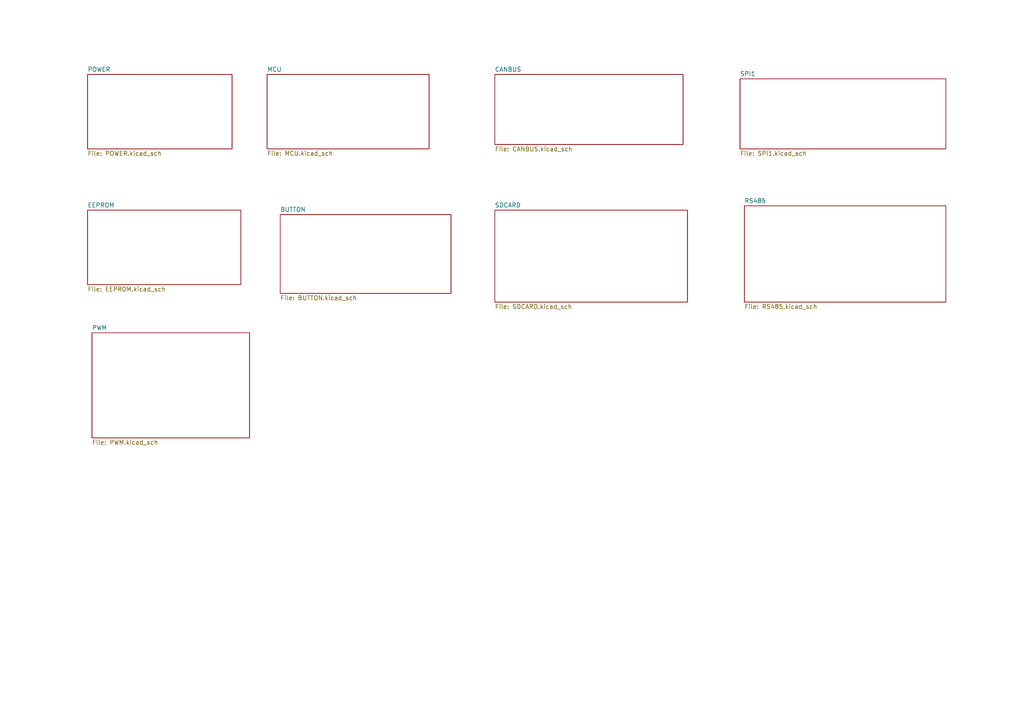
<source format=kicad_sch>
(kicad_sch
	(version 20250114)
	(generator "eeschema")
	(generator_version "9.0")
	(uuid "5dc221ca-bb86-41f1-a15e-48a3ea813131")
	(paper "A4")
	(lib_symbols)
	(sheet
		(at 143.51 60.96)
		(size 55.88 26.67)
		(exclude_from_sim no)
		(in_bom yes)
		(on_board yes)
		(dnp no)
		(fields_autoplaced yes)
		(stroke
			(width 0.1524)
			(type solid)
		)
		(fill
			(color 0 0 0 0.0000)
		)
		(uuid "01926454-f0ec-44c6-b7cb-1d419e03c0cd")
		(property "Sheetname" "SDCARD"
			(at 143.51 60.2484 0)
			(effects
				(font
					(size 1.27 1.27)
				)
				(justify left bottom)
			)
		)
		(property "Sheetfile" "SDCARD.kicad_sch"
			(at 143.51 88.2146 0)
			(effects
				(font
					(size 1.27 1.27)
				)
				(justify left top)
			)
		)
		(instances
			(project "KiCad Projeleri"
				(path "/5dc221ca-bb86-41f1-a15e-48a3ea813131"
					(page "8")
				)
			)
		)
	)
	(sheet
		(at 25.4 60.96)
		(size 44.45 21.59)
		(exclude_from_sim no)
		(in_bom yes)
		(on_board yes)
		(dnp no)
		(fields_autoplaced yes)
		(stroke
			(width 0.1524)
			(type solid)
		)
		(fill
			(color 0 0 0 0.0000)
		)
		(uuid "2026674f-41f8-44ae-8ac9-dd7f635471ff")
		(property "Sheetname" "EEPROM"
			(at 25.4 60.2484 0)
			(effects
				(font
					(size 1.27 1.27)
				)
				(justify left bottom)
			)
		)
		(property "Sheetfile" "EEPROM.kicad_sch"
			(at 25.4 83.1346 0)
			(effects
				(font
					(size 1.27 1.27)
				)
				(justify left top)
			)
		)
		(instances
			(project "KiCad Projeleri"
				(path "/5dc221ca-bb86-41f1-a15e-48a3ea813131"
					(page "6")
				)
			)
		)
	)
	(sheet
		(at 215.9 59.69)
		(size 58.42 27.94)
		(exclude_from_sim no)
		(in_bom yes)
		(on_board yes)
		(dnp no)
		(fields_autoplaced yes)
		(stroke
			(width 0.1524)
			(type solid)
		)
		(fill
			(color 0 0 0 0.0000)
		)
		(uuid "399bd26d-42a3-4cca-b8e4-72617536e01c")
		(property "Sheetname" "RS485"
			(at 215.9 58.9784 0)
			(effects
				(font
					(size 1.27 1.27)
				)
				(justify left bottom)
			)
		)
		(property "Sheetfile" "RS485.kicad_sch"
			(at 215.9 88.2146 0)
			(effects
				(font
					(size 1.27 1.27)
				)
				(justify left top)
			)
		)
		(instances
			(project "KiCad Projeleri"
				(path "/5dc221ca-bb86-41f1-a15e-48a3ea813131"
					(page "9")
				)
			)
		)
	)
	(sheet
		(at 77.47 21.59)
		(size 46.99 21.59)
		(exclude_from_sim no)
		(in_bom yes)
		(on_board yes)
		(dnp no)
		(fields_autoplaced yes)
		(stroke
			(width 0.1524)
			(type solid)
		)
		(fill
			(color 0 0 0 0.0000)
		)
		(uuid "651630f0-d7fb-4f36-b717-d65930401c84")
		(property "Sheetname" "MCU"
			(at 77.47 20.8784 0)
			(effects
				(font
					(size 1.27 1.27)
				)
				(justify left bottom)
			)
		)
		(property "Sheetfile" "MCU.kicad_sch"
			(at 77.47 43.7646 0)
			(effects
				(font
					(size 1.27 1.27)
				)
				(justify left top)
			)
		)
		(instances
			(project "KiCad Projeleri"
				(path "/5dc221ca-bb86-41f1-a15e-48a3ea813131"
					(page "3")
				)
			)
		)
	)
	(sheet
		(at 214.63 22.86)
		(size 59.69 20.32)
		(exclude_from_sim no)
		(in_bom yes)
		(on_board yes)
		(dnp no)
		(fields_autoplaced yes)
		(stroke
			(width 0.1524)
			(type solid)
		)
		(fill
			(color 0 0 0 0.0000)
		)
		(uuid "6d6d7895-993c-4b8a-8f79-b46f75395114")
		(property "Sheetname" "SPI1"
			(at 214.63 22.1484 0)
			(effects
				(font
					(size 1.27 1.27)
				)
				(justify left bottom)
			)
		)
		(property "Sheetfile" "SPI1.kicad_sch"
			(at 214.63 43.7646 0)
			(effects
				(font
					(size 1.27 1.27)
				)
				(justify left top)
			)
		)
		(instances
			(project "KiCad Projeleri"
				(path "/5dc221ca-bb86-41f1-a15e-48a3ea813131"
					(page "5")
				)
			)
		)
	)
	(sheet
		(at 143.51 21.59)
		(size 54.61 20.32)
		(exclude_from_sim no)
		(in_bom yes)
		(on_board yes)
		(dnp no)
		(fields_autoplaced yes)
		(stroke
			(width 0.1524)
			(type solid)
		)
		(fill
			(color 0 0 0 0.0000)
		)
		(uuid "b479d611-2d5c-4cf0-8802-ab2fb825c93c")
		(property "Sheetname" "CANBUS"
			(at 143.51 20.8784 0)
			(effects
				(font
					(size 1.27 1.27)
				)
				(justify left bottom)
			)
		)
		(property "Sheetfile" "CANBUS.kicad_sch"
			(at 143.51 42.4946 0)
			(effects
				(font
					(size 1.27 1.27)
				)
				(justify left top)
			)
		)
		(instances
			(project "KiCad Projeleri"
				(path "/5dc221ca-bb86-41f1-a15e-48a3ea813131"
					(page "4")
				)
			)
		)
	)
	(sheet
		(at 25.4 21.59)
		(size 41.91 21.59)
		(exclude_from_sim no)
		(in_bom yes)
		(on_board yes)
		(dnp no)
		(fields_autoplaced yes)
		(stroke
			(width 0.1524)
			(type solid)
		)
		(fill
			(color 0 0 0 0.0000)
		)
		(uuid "bf4ba381-c584-4cd7-8054-ad98463a06e6")
		(property "Sheetname" "POWER"
			(at 25.4 20.8784 0)
			(effects
				(font
					(size 1.27 1.27)
				)
				(justify left bottom)
			)
		)
		(property "Sheetfile" "POWER.kicad_sch"
			(at 25.4 43.7646 0)
			(effects
				(font
					(size 1.27 1.27)
				)
				(justify left top)
			)
		)
		(instances
			(project "KiCad Projeleri"
				(path "/5dc221ca-bb86-41f1-a15e-48a3ea813131"
					(page "2")
				)
			)
		)
	)
	(sheet
		(at 26.67 96.52)
		(size 45.72 30.48)
		(exclude_from_sim no)
		(in_bom yes)
		(on_board yes)
		(dnp no)
		(fields_autoplaced yes)
		(stroke
			(width 0.1524)
			(type solid)
		)
		(fill
			(color 0 0 0 0.0000)
		)
		(uuid "c6904ca7-b438-4435-9427-0df5caad97db")
		(property "Sheetname" "PWM"
			(at 26.67 95.8084 0)
			(effects
				(font
					(size 1.27 1.27)
				)
				(justify left bottom)
			)
		)
		(property "Sheetfile" "PWM.kicad_sch"
			(at 26.67 127.5846 0)
			(effects
				(font
					(size 1.27 1.27)
				)
				(justify left top)
			)
		)
		(instances
			(project "KiCad Projeleri"
				(path "/5dc221ca-bb86-41f1-a15e-48a3ea813131"
					(page "10")
				)
			)
		)
	)
	(sheet
		(at 81.28 62.23)
		(size 49.53 22.86)
		(exclude_from_sim no)
		(in_bom yes)
		(on_board yes)
		(dnp no)
		(fields_autoplaced yes)
		(stroke
			(width 0.1524)
			(type solid)
		)
		(fill
			(color 0 0 0 0.0000)
		)
		(uuid "fe403324-762f-420e-a98a-2df072de169a")
		(property "Sheetname" "BUTTON"
			(at 81.28 61.5184 0)
			(effects
				(font
					(size 1.27 1.27)
				)
				(justify left bottom)
			)
		)
		(property "Sheetfile" "BUTTON.kicad_sch"
			(at 81.28 85.6746 0)
			(effects
				(font
					(size 1.27 1.27)
				)
				(justify left top)
			)
		)
		(instances
			(project "KiCad Projeleri"
				(path "/5dc221ca-bb86-41f1-a15e-48a3ea813131"
					(page "7")
				)
			)
		)
	)
	(sheet_instances
		(path "/"
			(page "1")
		)
	)
	(embedded_fonts no)
)

</source>
